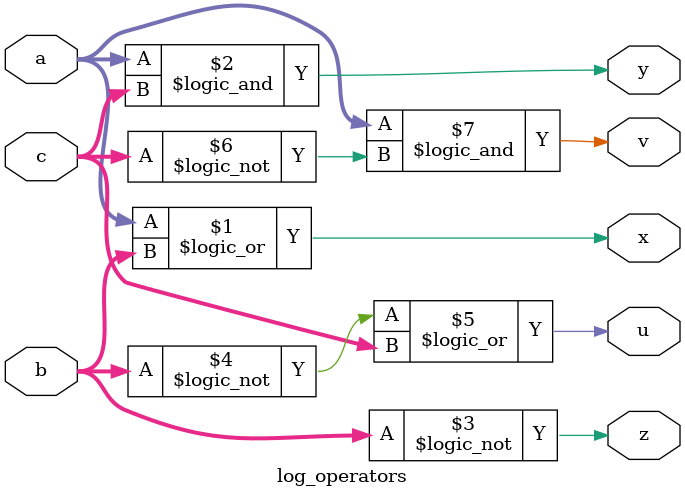
<source format=v>
`timescale 1ns / 1ps
module log_operators(input [3:0]a,b,c, output u,v,x,y,z );

assign x= a||b;
assign y= a&&c;
assign z= !b;
assign u= !b||c;
assign v= a&&(!c);

endmodule


</source>
